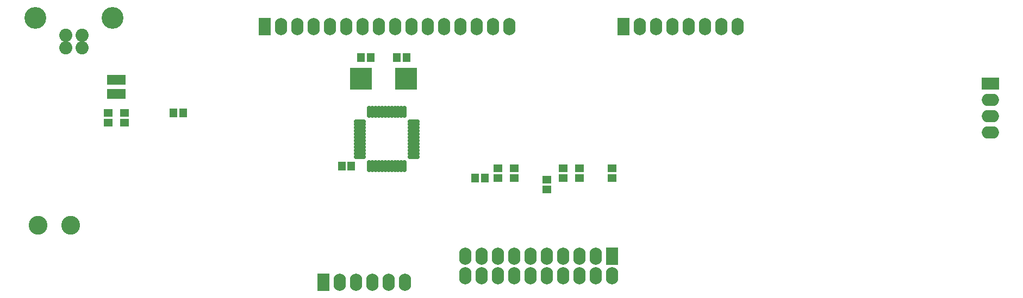
<source format=gbs>
G04 #@! TF.FileFunction,Soldermask,Bot*
%FSLAX46Y46*%
G04 Gerber Fmt 4.6, Leading zero omitted, Abs format (unit mm)*
G04 Created by KiCad (PCBNEW 4.0.7) date 07/13/20 01:40:00*
%MOMM*%
%LPD*%
G01*
G04 APERTURE LIST*
%ADD10C,0.100000*%
%ADD11R,1.924000X2.686000*%
%ADD12O,1.924000X2.686000*%
%ADD13R,1.300000X1.350000*%
%ADD14R,1.000000X1.500000*%
%ADD15R,2.686000X1.924000*%
%ADD16O,2.686000X1.924000*%
%ADD17R,1.400000X1.250000*%
%ADD18R,1.250000X1.400000*%
%ADD19O,0.700000X1.900000*%
%ADD20O,1.900000X0.700000*%
%ADD21R,3.400000X3.400000*%
%ADD22C,2.050000*%
%ADD23C,3.400000*%
%ADD24C,2.940000*%
G04 APERTURE END LIST*
D10*
D11*
X193802000Y-68834000D03*
D12*
X191262000Y-68834000D03*
X188722000Y-68834000D03*
X186182000Y-68834000D03*
X183642000Y-68834000D03*
X181102000Y-68834000D03*
X178562000Y-68834000D03*
X176022000Y-68834000D03*
X173482000Y-68834000D03*
X170942000Y-68834000D03*
X193802000Y-71882000D03*
X191262000Y-71882000D03*
X188722000Y-71882000D03*
X186182000Y-71882000D03*
X183642000Y-71882000D03*
X181102000Y-71882000D03*
X178562000Y-71882000D03*
X176022000Y-71882000D03*
X173482000Y-71882000D03*
X170942000Y-71882000D03*
D13*
X151713500Y-54800500D03*
X153213500Y-54800500D03*
X154698000Y-37846000D03*
X156198000Y-37846000D03*
X161786000Y-37846000D03*
X160286000Y-37846000D03*
X172478000Y-56642000D03*
X173978000Y-56642000D03*
D14*
X115636000Y-41318000D03*
X117536000Y-41318000D03*
X116586000Y-41318000D03*
X117536000Y-43518000D03*
X115636000Y-43518000D03*
X116586000Y-43518000D03*
D11*
X195580000Y-33020000D03*
D12*
X198120000Y-33020000D03*
X200660000Y-33020000D03*
X203200000Y-33020000D03*
X205740000Y-33020000D03*
X208280000Y-33020000D03*
X210820000Y-33020000D03*
X213360000Y-33020000D03*
D11*
X139700000Y-33020000D03*
D12*
X142240000Y-33020000D03*
X144780000Y-33020000D03*
X147320000Y-33020000D03*
X149860000Y-33020000D03*
X152400000Y-33020000D03*
X154940000Y-33020000D03*
X157480000Y-33020000D03*
X160020000Y-33020000D03*
X162560000Y-33020000D03*
X165100000Y-33020000D03*
X167640000Y-33020000D03*
X170180000Y-33020000D03*
X172720000Y-33020000D03*
X175260000Y-33020000D03*
X177800000Y-33020000D03*
D15*
X252730000Y-41910000D03*
D16*
X252730000Y-44450000D03*
X252730000Y-46990000D03*
X252730000Y-49530000D03*
D11*
X148844000Y-72898000D03*
D12*
X151384000Y-72898000D03*
X153924000Y-72898000D03*
X156464000Y-72898000D03*
X159004000Y-72898000D03*
X161544000Y-72898000D03*
D17*
X115316000Y-47994000D03*
X115316000Y-46494000D03*
X117856000Y-47994000D03*
X117856000Y-46494000D03*
D18*
X126988000Y-46482000D03*
X125488000Y-46482000D03*
D17*
X183642000Y-58408000D03*
X183642000Y-56908000D03*
X188722000Y-55130000D03*
X188722000Y-56630000D03*
X186182000Y-55130000D03*
X186182000Y-56630000D03*
X178562000Y-55130000D03*
X178562000Y-56630000D03*
X176022000Y-55130000D03*
X176022000Y-56630000D03*
D19*
X156000000Y-46346000D03*
X156500000Y-46346000D03*
X157000000Y-46346000D03*
X157500000Y-46346000D03*
X158000000Y-46346000D03*
X158500000Y-46346000D03*
X159000000Y-46346000D03*
X159500000Y-46346000D03*
X160000000Y-46346000D03*
X160500000Y-46346000D03*
X161000000Y-46346000D03*
X161500000Y-46346000D03*
D20*
X162950000Y-47796000D03*
X162950000Y-48296000D03*
X162950000Y-48796000D03*
X162950000Y-49296000D03*
X162950000Y-49796000D03*
X162950000Y-50296000D03*
X162950000Y-50796000D03*
X162950000Y-51296000D03*
X162950000Y-51796000D03*
X162950000Y-52296000D03*
X162950000Y-52796000D03*
X162950000Y-53296000D03*
D19*
X161500000Y-54746000D03*
X161000000Y-54746000D03*
X160500000Y-54746000D03*
X160000000Y-54746000D03*
X159500000Y-54746000D03*
X159000000Y-54746000D03*
X158500000Y-54746000D03*
X158000000Y-54746000D03*
X157500000Y-54746000D03*
X157000000Y-54746000D03*
X156500000Y-54746000D03*
X156000000Y-54746000D03*
D20*
X154550000Y-53296000D03*
X154550000Y-52796000D03*
X154550000Y-52296000D03*
X154550000Y-51796000D03*
X154550000Y-51296000D03*
X154550000Y-50796000D03*
X154550000Y-50296000D03*
X154550000Y-49796000D03*
X154550000Y-49296000D03*
X154550000Y-48796000D03*
X154550000Y-48296000D03*
X154550000Y-47796000D03*
D21*
X154742000Y-41148000D03*
X161742000Y-41148000D03*
D22*
X111232000Y-34333000D03*
X108732000Y-34333000D03*
X111232000Y-36333000D03*
D23*
X103982000Y-31623000D03*
X115982000Y-31623000D03*
D22*
X108732000Y-36333000D03*
D24*
X104394000Y-64008000D03*
X109474000Y-64008000D03*
D17*
X193802000Y-56630000D03*
X193802000Y-55130000D03*
M02*

</source>
